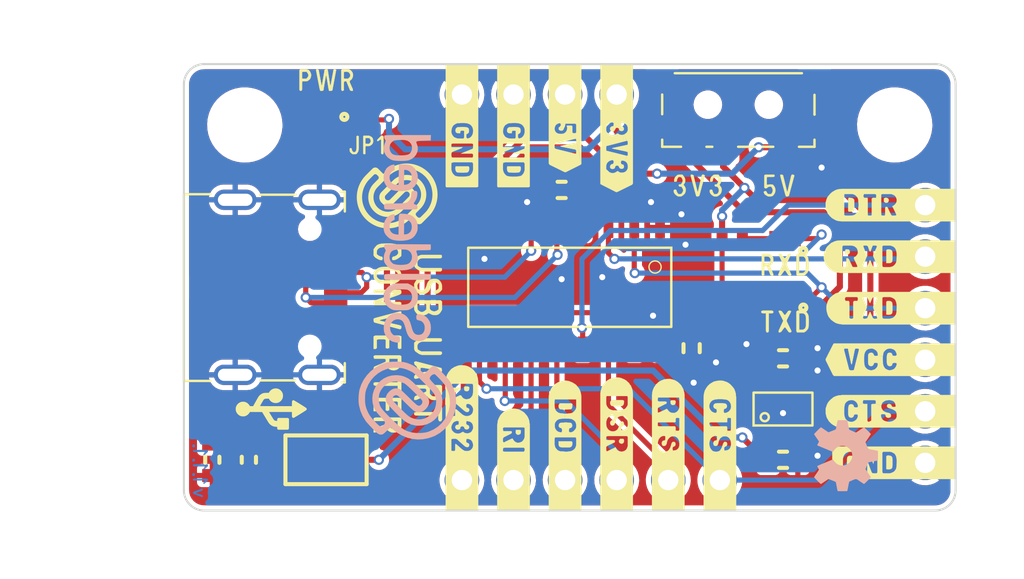
<source format=kicad_pcb>
(kicad_pcb (version 20210623) (generator pcbnew)
  (title_block (title "USB-UART converter") (date "2021-08-25") (rev "V1.1.1.") (company "SOLDERED") (comment 1 "333028"))
  (layers (0 "F.Cu" mixed) (31 "B.Cu" signal) (34 "B.Paste" user) (35 "F.Paste" user) (36 "B.SilkS" user "B.Silkscreen") (37 "F.SilkS" user "F.Silkscreen") (38 "B.Mask" user) (39 "F.Mask" user) (44 "Edge.Cuts" user))
  (net 0 "")
  (net 1 "VUSB")
  (net 2 "GND")
  (net 3 "Net-(C2-Pad1)")
  (net 4 "+3V3")
  (net 5 "TXD0")
  (net 6 "Net-(D1-Pad1)")
  (net 7 "RXD0")
  (net 8 "Net-(D2-Pad1)")
  (net 9 "Net-(D3-Pad1)")
  (net 10 "Net-(F1-Pad2)")
  (net 12 "D-")
  (net 13 "D+")
  (net 14 "Net-(K1-PadB5)")
  (net 16 "Net-(K1-PadA5)")
  (net 17 "R232")
  (net 18 "RI")
  (net 19 "DCD")
  (net 20 "DSR")
  (net 21 "RTS")
  (net 22 "CTS")
  (net 23 "VCC_OUT")
  (net 24 "DTR")
  (net 26 "Net-(JP1-Pad2)")
  (footprint "Soldered Graphics:Logo-Front-Soldered-4mm" (layer "F.Cu") (at 105.3 109.3 -90)
    (fp_text reference "G***" hide)
    (fp_text value "LOGO" hide)
  )
  (footprint "buzzardLabel" (layer "F.Cu") (at 116.11 102.4 -90)
    (fp_text reference "" (at 0 0 90) (layer "F.SilkS") (effects (font (size 1.27 1.27))))
    (fp_text value "" (at 0 0 90) (layer "F.SilkS") (effects (font (size 1.27 1.27))))
  )
  (footprint "e-radionica.com footprinti:0402LED" (layer "F.Cu") (at 101.8 104.8)
    (fp_text reference "D3")
    (fp_text value "purple")
    (pad "1" smd rect locked (at -0.55 0 90) (size 0.75 0.45) (layers "F.Cu" "F.Paste" "F.Mask") (net 9 "Net-(D3-Pad1)"))
    (pad "2" smd rect locked (at 0.55 0 90) (size 0.75 0.45) (layers "F.Cu" "F.Paste" "F.Mask") (net 2 "GND"))
  )
  (footprint "e-radionica.com footprinti:0603C" (layer "F.Cu") (at 119.8 116.8 90)
    (fp_text reference "C1")
    (fp_text value "0.1uF")
    (pad "1" smd rect locked (at -0.73 0 90) (size 0.66 1) (layers "F.Cu" "F.Paste" "F.Mask") (net 2 "GND"))
    (pad "2" smd rect locked (at 0.73 0 90) (size 0.66 1) (layers "F.Cu" "F.Paste" "F.Mask") (net 23 "VCC_OUT"))
  )
  (footprint "e-radionica.com footprinti:FIDUCIAL_23" (layer "F.Cu") (at 96.8 113.8 -90)
    (fp_text reference "FD1")
    (fp_text value "FIDUCIAL")
    (fp_circle (center 0 0) (end 1 0) (layer "F.Cu") (width 0.2) (fill none))
    (pad "1" smd circle (at 0 0 270) (size 1 1) (layers "F.Cu" "F.Paste" "F.Mask") (clearance 1.1))
  )
  (footprint "buzzardLabel" (layer "F.Cu") (at 116.11 125.2 -90)
    (fp_text reference "" (at 0 0 90) (layer "F.SilkS") (effects (font (size 1.27 1.27))))
    (fp_text value "" (at 0 0 90) (layer "F.SilkS") (effects (font (size 1.27 1.27))))
  )
  (footprint "buzzardLabel" (layer "F.Cu") (at 133.2 109.75)
    (fp_text reference "" (at 0 0) (layer "F.SilkS") (effects (font (size 1.27 1.27))))
    (fp_text value "" (at 0 0) (layer "F.SilkS") (effects (font (size 1.27 1.27))))
  )
  (footprint "e-radionica.com footprinti:0603C" (layer "F.Cu") (at 124.3 122.3 180)
    (fp_text reference "C3")
    (fp_text value "2.2uF")
    (pad "1" smd rect locked (at -0.73 0 180) (size 0.66 1) (layers "F.Cu" "F.Paste" "F.Mask") (net 2 "GND"))
    (pad "2" smd rect locked (at 0.73 0 180) (size 0.66 1) (layers "F.Cu" "F.Paste" "F.Mask") (net 1 "VUSB"))
  )
  (footprint "buzzardLabel" (layer "F.Cu") (at 104.8 116.3 -90)
    (fp_text reference "" (at 0 0 90) (layer "F.SilkS") (effects (font (size 1.27 1.27))))
    (fp_text value "" (at 0 0 90) (layer "F.SilkS") (effects (font (size 1.27 1.27))))
  )
  (footprint "e-radionica.com footprinti:0603C" (layer "F.Cu") (at 113.4 109 180)
    (fp_text reference "C2")
    (fp_text value "0.1uF")
    (pad "1" smd rect locked (at -0.73 0 180) (size 0.66 1) (layers "F.Cu" "F.Paste" "F.Mask") (net 3 "Net-(C2-Pad1)"))
    (pad "2" smd rect locked (at 0.73 0 180) (size 0.66 1) (layers "F.Cu" "F.Paste" "F.Mask") (net 2 "GND"))
  )
  (footprint "Soldered Graphics:Logo-Back-OSH-3.5mm" (layer "F.Cu") (at 127.4 122.1 -90)
    (fp_text reference "G***" hide)
    (fp_text value "LOGO" hide)
  )
  (footprint "buzzardLabel" (layer "F.Cu") (at 101.8 103.6)
    (fp_text reference "" (at 0 0) (layer "F.SilkS") (effects (font (size 1.27 1.27))))
    (fp_text value "" (at 0 0) (layer "F.SilkS") (effects (font (size 1.27 1.27))))
  )
  (footprint "buzzardLabel" (layer "F.Cu") (at 113.57 125.2 -90)
    (fp_text reference "" (at 0 0 90) (layer "F.SilkS") (effects (font (size 1.27 1.27))))
    (fp_text value "" (at 0 0 90) (layer "F.SilkS") (effects (font (size 1.27 1.27))))
  )
  (footprint "buzzardLabel" (layer "F.Cu") (at 133.2 119.91)
    (fp_text reference "" (at 0 0) (layer "F.SilkS") (effects (font (size 1.27 1.27))))
    (fp_text value "" (at 0 0) (layer "F.SilkS") (effects (font (size 1.27 1.27))))
  )
  (footprint "buzzardLabel" (layer "F.Cu") (at 120.1 108.8)
    (fp_text reference "" (at 0 0) (layer "F.SilkS") (effects (font (size 1.27 1.27))))
    (fp_text value "" (at 0 0) (layer "F.SilkS") (effects (font (size 1.27 1.27))))
  )
  (footprint "buzzardLabel" (layer "F.Cu") (at 118.65 125.2 -90)
    (fp_text reference "" (at 0 0 90) (layer "F.SilkS") (effects (font (size 1.27 1.27))))
    (fp_text value "" (at 0 0 90) (layer "F.SilkS") (effects (font (size 1.27 1.27))))
  )
  (footprint "e-radionica.com footprinti:0603C" (layer "F.Cu") (at 124.3 117.3 180)
    (fp_text reference "C4")
    (fp_text value "2.2uF")
    (pad "1" smd rect locked (at -0.73 0 180) (size 0.66 1) (layers "F.Cu" "F.Paste" "F.Mask") (net 2 "GND"))
    (pad "2" smd rect locked (at 0.73 0 180) (size 0.66 1) (layers "F.Cu" "F.Paste" "F.Mask") (net 4 "+3V3"))
  )
  (footprint "e-radionica.com footprinti:SMD-JUMPER-CONNECTED_TRACE_SLODERMASK" (layer "F.Cu") (at 103.8 105.55 180)
    (fp_text reference "JP1")
    (fp_text value "SMD-JUMPER-CONNECTED_TRACE_SLODERMASK")
    (fp_poly (pts (xy 0.1 0.1) (xy -0.1 0.1) (xy -0.1 -0.1) (xy 0.1 -0.1)) (layer "F.Cu") (width 0.1) (fill solid))
    (pad "1" smd rect (at -0.35 0 180) (size 0.5 1) (layers "F.Cu" "F.Mask") (net 4 "+3V3"))
    (pad "2" smd rect (at 0.35 0 180) (size 0.5 1) (layers "F.Cu" "F.Mask") (net 26 "Net-(JP1-Pad2)"))
  )
  (footprint "e-radionica.com footprinti:0402R" (layer "F.Cu") (at 101.8 106.3 180)
    (fp_text reference "R5")
    (fp_text value "2k2")
    (pad "1" smd rect locked (at -0.5 0 270) (size 0.64 0.54) (layers "F.Cu" "F.Paste" "F.Mask") (net 26 "Net-(JP1-Pad2)"))
    (pad "2" smd rect locked (at 0.5 0 270) (size 0.64 0.54) (layers "F.Cu" "F.Paste" "F.Mask") (net 9 "Net-(D3-Pad1)"))
  )
  (footprint "e-radionica.com footprinti:SS-3292S-L1" (layer "F.Cu") (at 122.1 104.8 180)
    (fp_text reference "S1")
    (fp_text value "SS-3292S-L1")
    (pad "" smd rect (at -3.75 1.1 180) (size 0.9 0.9) (layers "F.Cu" "F.Paste" "F.Mask"))
    (pad "" np_thru_hole circle (at 1.5 0 180) (size 0.9 0.9) (drill 0.9) (layers F&B.Cu *.Mask))
    (pad "" smd rect (at 3.75 -1.1 180) (size 0.9 0.9) (layers "F.Cu" "F.Paste" "F.Mask"))
    (pad "" np_thru_hole circle (at -1.5 0 180) (size 0.9 0.9) (drill 0.9) (layers F&B.Cu *.Mask))
    (pad "" smd rect (at -3.75 -1.1 180) (size 0.9 0.9) (layers "F.Cu" "F.Paste" "F.Mask"))
    (pad "" smd rect (at 3.75 1.1 180) (size 0.9 0.9) (layers "F.Cu" "F.Paste" "F.Mask"))
    (pad "1" smd rect (at -2.35 -2.075 180) (size 0.9 1.25) (layers "F.Cu" "F.Paste" "F.Mask") (net 1 "VUSB"))
    (pad "2" smd rect (at 0.65 -2.075 180) (size 0.9 1.25) (layers "F.Cu" "F.Paste" "F.Mask") (net 23 "VCC_OUT"))
    (pad "3" smd rect (at 2.2 -2.075 180) (size 0.9 1.25) (layers "F.Cu" "F.Paste" "F.Mask") (net 4 "+3V3"))
  )
  (footprint "buzzardLabel" (layer "F.Cu") (at 108.49 125.2 -90)
    (fp_text reference "" (at 0 0 90) (layer "F.SilkS") (effects (font (size 1.27 1.27))))
    (fp_text value "" (at 0 0 90) (layer "F.SilkS") (effects (font (size 1.27 1.27))))
  )
  (footprint "buzzardLabel" (layer "F.Cu") (at 111.03 102.4 -90)
    (fp_text reference "" (at 0 0 90) (layer "F.SilkS") (effects (font (size 1.27 1.27))))
    (fp_text value "" (at 0 0 90) (layer "F.SilkS") (effects (font (size 1.27 1.27))))
  )
  (footprint "buzzardLabel" (layer "F.Cu") (at 113.57 102.4 -90)
    (fp_text reference "" (at 0 0 90) (layer "F.SilkS") (effects (font (size 1.27 1.27))))
    (fp_text value "" (at 0 0 90) (layer "F.SilkS") (effects (font (size 1.27 1.27))))
  )
  (footprint "e-radionica.com footprinti:0603R" (layer "F.Cu") (at 98 122.3 -90)
    (fp_text reference "R1")
    (fp_text value "5.1k")
    (pad "1" smd rect locked (at -0.775 0) (size 1 0.64) (layers "F.Cu" "F.Paste" "F.Mask") (net 14 "Net-(K1-PadB5)"))
    (pad "2" smd rect locked (at 0.775 0) (size 1 0.64) (layers "F.Cu" "F.Paste" "F.Mask") (net 2 "GND"))
  )
  (footprint "Soldered Graphics:Logo-Back-SolderedFULL-15mm" (layer "F.Cu") (at 105.8 113.8 -90)
    (fp_text reference "REF**" hide)
    (fp_text value "Logo-Front-SolderedFULL-15mm" hide)
  )
  (footprint "buzzardLabel" (layer "F.Cu") (at 124.1 108.8)
    (fp_text reference "" (at 0 0) (layer "F.SilkS") (effects (font (size 1.27 1.27))))
    (fp_text value "" (at 0 0) (layer "F.SilkS") (effects (font (size 1.27 1.27))))
  )
  (footprint "buzzardLabel" (layer "F.Cu") (at 111.03 125.2 -90)
    (fp_text reference "" (at 0 0 90) (layer "F.SilkS") (effects (font (size 1.27 1.27))))
    (fp_text value "" (at 0 0 90) (layer "F.SilkS") (effects (font (size 1.27 1.27))))
  )
  (footprint "buzzardLabel" (layer "F.Cu") (at 133.2 117.37)
    (fp_text reference "" (at 0 0) (layer "F.SilkS") (effects (font (size 1.27 1.27))))
    (fp_text value "" (at 0 0) (layer "F.SilkS") (effects (font (size 1.27 1.27))))
  )
  (footprint "e-radionica.com footprinti:SOP-16" (layer "F.Cu") (at 113.8 113.8 -90)
    (fp_text reference "U1")
    (fp_text value "CH340C")
    (pad "1" smd rect locked (at -2.95 -4.445 270) (size 1.05 0.48) (layers "F.Cu" "F.Paste" "F.Mask") (net 2 "GND"))
    (pad "2" smd rect locked (at -2.95 -3.175 270) (size 1.05 0.48) (layers "F.Cu" "F.Paste" "F.Mask") (net 5 "TXD0"))
    (pad "3" smd rect locked (at -2.95 -1.905 270) (size 1.05 0.48) (layers "F.Cu" "F.Paste" "F.Mask") (net 7 "RXD0"))
    (pad "4" smd rect locked (at -2.95 -0.635 270) (size 1.05 0.48) (layers "F.Cu" "F.Paste" "F.Mask") (net 3 "Net-(C2-Pad1)"))
    (pad "5" smd rect locked (at -2.95 0.635 270) (size 1.05 0.48) (layers "F.Cu" "F.Paste" "F.Mask") (net 13 "D+"))
    (pad "6" smd rect locked (at -2.95 1.905 270) (size 1.05 0.48) (layers "F.Cu" "F.Paste" "F.Mask") (net 12 "D-"))
    (pad "7" smd rect locked (at -2.95 3.175 270) (size 1.05 0.48) (layers "F.Cu" "F.Paste" "F.Mask"))
    (pad "8" smd rect locked (at -2.95 4.445 270) (size 1.05 0.48) (layers "F.Cu" "F.Paste" "F.Mask"))
    (pad "9" smd rect locked (at 2.95 4.445 270) (size 1.05 0.48) (layers "F.Cu" "F.Paste" "F.Mask") (net 22 "CTS"))
    (pad "10" smd rect locked (at 2.95 3.175 270) (size 1.05 0.48) (layers "F.Cu" "F.Paste" "F.Mask") (net 20 "DSR"))
    (pad "11" smd rect locked (at 2.95 1.905 270) (size 1.05 0.48) (layers "F.Cu" "F.Paste" "F.Mask") (net 18 "RI"))
    (pad "12" smd rect locked (at 2.95 0.635 270) (size 1.05 0.48) (layers "F.Cu" "F.Paste" "F.Mask") (net 19 "DCD"))
    (pad "13" smd rect locked (at 2.95 -0.635 270) (size 1.05 0.48) (layers "F.Cu" "F.Paste" "F.Mask") (net 24 "DTR"))
    (pad "14" smd rect locked (at 2.95 -1.905 270) (size 1.05 0.48) (layers "F.Cu" "F.Paste" "F.Mask") (net 21 "RTS"))
    (pad "15" smd rect locked (at 2.95 -3.175 270) (size 1.05 0.48) (layers "F.Cu" "F.Paste" "F.Mask") (net 17 "R232"))
    (pad "16" smd rect locked (at 2.95 -4.445 270) (size 1.05 0.48) (layers "F.Cu" "F.Paste" "F.Mask") (net 23 "VCC_OUT"))
  )
  (footprint "buzzardLabel" (layer "F.Cu") (at 133.2 114.83)
    (fp_text reference "" (at 0 0) (layer "F.SilkS") (effects (font (size 1.27 1.27))))
    (fp_text value "" (at 0 0) (layer "F.SilkS") (effects (font (size 1.27 1.27))))
  )
  (footprint "e-radionica.com footprinti:HOLE_3.2mm" (layer "F.Cu") (at 97.8 105.8 -90)
    (fp_text reference "H1" hide)
    (fp_text value "HOLE_3.2mm" hide)
    (pad "" np_thru_hole circle locked (at 0 0 270) (size 3.2 3.2) (drill 3.2) (layers F&B.Cu *.Mask))
  )
  (footprint "buzzardLabel" (layer "F.Cu") (at 124.4 115.5)
    (fp_text reference "" (at 0 0) (layer "F.SilkS") (effects (font (size 1.27 1.27))))
    (fp_text value "" (at 0 0) (layer "F.SilkS") (effects (font (size 1.27 1.27))))
  )
  (footprint "e-radionica.com footprinti:0402LED" (layer "F.Cu") (at 124.4 111.4)
    (fp_text reference "D2")
    (fp_text value "blue")
    (pad "1" smd rect locked (at -0.55 0 90) (size 0.75 0.45) (layers "F.Cu" "F.Paste" "F.Mask") (net 8 "Net-(D2-Pad1)"))
    (pad "2" smd rect locked (at 0.55 0 90) (size 0.75 0.45) (layers "F.Cu" "F.Paste" "F.Mask") (net 7 "RXD0"))
  )
  (footprint "e-radionica.com footprinti:0402R" (layer "F.Cu") (at 121.8 111.4 180)
    (fp_text reference "R4")
    (fp_text value "10k")
    (pad "1" smd rect locked (at -0.5 0 270) (size 0.64 0.54) (layers "F.Cu" "F.Paste" "F.Mask") (net 8 "Net-(D2-Pad1)"))
    (pad "2" smd rect locked (at 0.5 0 270) (size 0.64 0.54) (layers "F.Cu" "F.Paste" "F.Mask") (net 23 "VCC_OUT"))
  )
  (footprint "buzzardLabel" (layer "F.Cu") (at 106.8 116.3 -90)
    (fp_text reference "" (at 0 0 90) (layer "F.SilkS") (effects (font (size 1.27 1.27))))
    (fp_text value "" (at 0 0 90) (layer "F.SilkS") (effects (font (size 1.27 1.27))))
  )
  (footprint "e-radionica.com footprinti:SOT-23-5" (layer "F.Cu") (at 124.3 119.8 90)
    (fp_text reference "U2")
    (fp_text value "SE5218")
    (pad "1" smd rect locked (at -1.1 -0.95 90) (size 0.7 0.45) (layers "F.Cu" "F.Paste" "F.Mask") (net 1 "VUSB"))
    (pad "2" smd rect locked (at -1.1 0 90) (size 0.7 0.45) (layers "F.Cu" "F.Paste" "F.Mask") (net 2 "GND"))
    (pad "3" smd rect locked (at -1.1 0.95 90) (size 0.7 0.45) (layers "F.Cu" "F.Paste" "F.Mask") (net 1 "VUSB"))
    (pad "4" smd rect locked (at 1.1 0.95 90) (size 0.7 0.45) (layers "F.Cu" "F.Paste" "F.Mask"))
    (pad "5" smd rect locked (at 1.1 -0.95 90) (size 0.7 0.45) (layers "F.Cu" "F.Paste" "F.Mask") (net 4 "+3V3"))
  )
  (footprint "buzzardLabel" (layer "F.Cu") (at 103.8 106.8)
    (fp_text reference "" (at 0 0) (layer "F.SilkS") (effects (font (size 1.27 1.27))))
    (fp_text value "" (at 0 0) (layer "F.SilkS") (effects (font (size 1.27 1.27))))
  )
  (footprint "buzzardLabel" (layer "F.Cu") (at 133.2 122.45)
    (fp_text reference "" (at 0 0) (layer "F.SilkS") (effects (font (size 1.27 1.27))))
    (fp_text value "" (at 0 0) (layer "F.SilkS") (effects (font (size 1.27 1.27))))
  )
  (footprint "e-radionica.com footprinti:1206FUSE" (layer "F.Cu") (at 101.8 122.3 180)
    (fp_text reference "F1")
    (fp_text value "1206FUSE-500mA")
    (pad "1" smd rect locked (at -1.4 0 180) (size 1 2) (layers "F.Cu" "F.Paste" "F.Mask") (net 1 "VUSB"))
    (pad "2" smd rect locked (at 1.4 0 180) (size 1 2) (layers "F.Cu" "F.Paste" "F.Mask") (net 10 "Net-(F1-Pad2)"))
  )
  (footprint "e-radionica.com footprinti:U262-161N-4BVC11" (layer "F.Cu") (at 99.8 113.8 -90)
    (fp_text reference "K1")
    (fp_text value "U262-161N-4BVC11")
    (pad "" np_thru_hole circle locked (at 2.913 -1.2 270) (size 0.65 0.65) (drill 0.65) (layers F&B.Cu *.Mask))
    (pad "" np_thru_hole circle locked (at -2.862 -1.2 270) (size 0.65 0.65) (drill 0.65) (layers F&B.Cu *.Mask))
    (pad "A1" smd rect locked (at -3.337 -2.475 270) (size 0.3 1.15) (layers "F.Cu" "F.Paste" "F.Mask") (net 2 "GND"))
    (pad "A4" smd rect locked (at -2.537 -2.475 270) (size 0.3 1.15) (layers "F.Cu" "F.Paste" "F.Mask") (net 10 "Net-(F1-Pad2)"))
    (pad "A5" smd rect locked (at -1.237 -2.475 270) (size 0.3 1.15) (layers "F.Cu" "F.Paste" "F.Mask") (net 16 "Net-(K1-PadA5)"))
    (pad "A6" smd rect locked (at -0.237 -2.475 270) (size 0.3 1.15) (layers "F.Cu" "F.Paste" "F.Mask") (net 13 "D+"))
    (pad "A7" smd rect locked (at 0.263 -2.475 270) (size 0.3 1.15) (layers "F.Cu" "F.Paste" "F.Mask") (net 12 "D-"))
    (pad "A8" smd rect locked (at 1.263 -2.475 270) (size 0.3 1.15) (layers "F.Cu" "F.Paste" "F.Mask"))
    (pad "A9" smd rect locked (at 2.563 -2.475 270) (size 0.3 1.15) (layers "F.Cu" "F.Paste" "F.Mask") (net 10 "Net-(F1-Pad2)"))
    (pad "A12" smd rect locked (at 3.338 -2.475 270) (size 0.3 1.15) (layers "F.Cu" "F.Paste" "F.Mask") (net 2 "GND"))
    (pad "B1" smd rect locked (at 3.138 -2.475 270) (size 0.3 1.15) (layers "F.Cu" "F.Paste" "F.Mask") (net 2 "GND"))
    (pad "B4" smd rect locked (at 2.363 -2.475 270) (size 0.3 1.15) (layers "F.Cu" "F.Paste" "F.Mask") (net 10 "Net-(F1-Pad2)"))
    (pad "B5" smd rect locked (at 1.763 -2.475 270) (size 0.3 1.15) (layers "F.Cu" "F.Paste" "F.Mask") (net 14 "Net-(K1-PadB5)"))
    (pad "B6" smd rect locked (at 0.763 -2.475 270) (size 0.3 1.15) (layers "F.Cu" "F.Paste" "F.Mask") (net 13 "D+"))
    (pad "B7" smd rect locked (at -0.737 -2.475 270) (size 0.3 1.15) (layers "F.Cu" "F.Paste" "F.Mask") (net 12 "D-"))
    (pad "B8" smd rect locked (at -1.737 -2.475 270) (size 0.3 1.15) (layers "F.Cu" "F.Paste" "F.Mask"))
    (pad "B9" smd rect locked (at -2.337 -2.475 270) (size 0.3 1.15) (layers "F.Cu" "F.Paste" "F.Mask") (net 10 "Net-(F1-Pad2)"))
    (pad "B12" smd rect locked (at -3.112 -2.475 270) (size 0.3 1.15) (layers "F.Cu" "F.Paste" "F.Mask") (net 2 "GND"))
    (pad "SH" thru_hole oval locked (at -4.312 2.475 270) (size 1 2.1) (drill oval 0.6 1.7) (layers *.Cu *.Mask) (net 2 "GND"))
    (pad "SH" thru_hole oval locked (at 4.313 -1.675 270) (size 1 2.1) (drill oval 0.6 1.7) (layers *.Cu *.Mask) (net 2 "GND"))
    (pad "SH" thru_hole oval locked (at 4.313 2.475 270) (size 1 2.1) (drill oval 0.6 1.7) (layers *.Cu *.Mask) (net 2 "GND"))
    (pad "SH" thru_hole oval locked (at -4.312 -1.675 270) (size 1 2.1) (drill oval 0.6 1.7) (layers *.Cu *.Mask) (net 2 "GND"))
  )
  (footprint "buzzardLabel" (layer "F.Cu") (at 124.4 112.7)
    (fp_text reference "" (at 0 0) (layer "F.SilkS") (effects (font (size 1.27 1.27))))
    (fp_text value "" (at 0 0) (layer "F.SilkS") (effects (font (size 1.27 1.27))))
  )
  (footprint "buzzardLabel" (layer "F.Cu") (at 121.19 125.2 -90)
    (fp_text reference "" (at 0 0 90) (layer "F.SilkS") (effects (font (size 1.27 1.27))))
    (fp_text value "" (at 0 0 90) (layer "F.SilkS") (effects (font (size 1.27 1.27))))
  )
  (footprint "buzzardLabel" (layer "F.Cu") (at 133.2 112.29)
    (fp_text reference "" (at 0 0) (layer "F.SilkS") (effects (font (size 1.27 1.27))))
    (fp_text value "" (at 0 0) (layer "F.SilkS") (effects (font (size 1.27 1.27))))
  )
  (footprint "buzzardLabel" (layer "F.Cu") (at 108.49 102.4 -90)
    (fp_text reference "" (at 0 0 90) (layer "F.SilkS") (effects (font (size 1.27 1.27))))
    (fp_text value "" (at 0 0 90) (layer "F.SilkS") (effects (font (size 1.27 1.27))))
  )
  (footprint "Soldered Graphics:Symbol-Front-USB" (layer "F.Cu") (at 99.1 119.8 -90)
    (fp_text reference "G***" hide)
    (fp_text value "LOGO" hide)
  )
  (footprint "e-radionica.com footprinti:0603R" (layer "F.Cu") (at 96.2 122.3 -90)
    (fp_text reference "R2")
    (fp_text value "5.1k")
    (pad "1" smd rect locked (at -0.775 0) (size 1 0.64) (layers "F.Cu" "F.Paste" "F.Mask") (net 16 "Net-(K1-PadA5)"))
    (pad "2" smd rect locked (at 0.775 0) (size 1 0.64) (layers "F.Cu" "F.Paste" "F.Mask") (net 2 "GND"))
  )
  (footprint "e-radionica.com footprinti:0402R" (layer "F.Cu") (at 121.8 114.2 180)
    (fp_text reference "R3")
    (fp_text value "10k")
    (pad "1" smd rect locked (at -0.5 0 270) (size 0.64 0.54) (layers "F.Cu" "F.Paste" "F.Mask") (net 6 "Net-(D1-Pad1)"))
    (pad "2" smd rect locked (at 0.5 0 270) (size 0.64 0.54) (layers "F.Cu" "F.Paste" "F.Mask") (net 23 "VCC_OUT"))
  )
  (footprint "e-radionica.com footprinti:0402LED" (layer "F.Cu") (at 124.4 114.2)
    (fp_text reference "D1")
    (fp_text value "white")
    (pad "1" smd rect locked (at -0.55 0 90) (size 0.75 0.45) (layers "F.Cu" "F.Paste" "F.Mask") (net 6 "Net-(D1-Pad1)"))
    (pad "2" smd rect locked (at 0.55 0 90) (size 0.75 0.45) (layers "F.Cu" "F.Paste" "F.Mask") (net 5 "TXD0"))
  )
  (footprint "e-radionica.com footprinti:HOLE_3.2mm" (layer "F.Cu") (at 129.8 105.8 -90)
    (fp_text reference "H2" hide)
    (fp_text value "HOLE_3.2mm" hide)
    (pad "" np_thru_hole circle locked (at 0 0 270) (size 3.2 3.2) (drill 3.2) (layers F&B.Cu *.Mask))
  )
  (footprint "e-radionica.com footprinti:HEADER_MALE_6X1" (layer "B.Cu") (at 114.84 123.3 180)
    (fp_text reference "K2")
    (fp_text value "HEADER_MALE_6X1")
    (pad "1" thru_hole circle locked (at -6.35 0 180) (size 1.7 1.7) (drill 1) (layers *.Cu *.Mask) (net 22 "CTS"))
    (pad "2" thru_hole circle locked (at -3.81 0 180) (size 1.7 1.7) (drill 1) (layers *.Cu *.Mask) (net 21 "RTS"))
    (pad "3" thru_hole circle locked (at -1.27 0 180) (size 1.7 1.7) (drill 1) (layers *.Cu *.Mask) (net 20 "DSR"))
    (pad "4" thru_hole circle locked (at 1.27 0 180) (size 1.7 1.7) (drill 1) (layers *.Cu *.Mask) (net 19 "DCD"))
    (pad "5" thru_hole circle locked (at 3.81 0 180) (size 1.7 1.7) (drill 1) (layers *.Cu *.Mask) (net 18 "RI"))
    (pad "6" thru_hole circle locked (at 6.35 0 180) (size 1.7 1.7) (drill 1) (layers *.Cu *.Mask) (net 17 "R232"))
  )
  (footprint "Soldered Graphics:Version1.1.1." (layer "B.Cu") (at 95.6 122.8 90)
    (fp_text reference "REF**" hide)
    (fp_text value "Version1.1.1." hide)
    (fp_poly (pts (xy 0.91 -0.35) (xy 0.96 -0.35) (xy 0.98 -0.31) (xy 0.98 0.35) (xy 0.95 0.38) (xy 0.89 0.38) (xy 0.86 0.34) (xy 0.74 0.22) (xy 0.73 0.17) (xy 0.76 0.16) (xy 0.85 0.22) (xy 0.89 0.23) (xy 0.89 -0.31) (xy 0.91 -0.35)) (layer "B.Cu") (width 0.01) (fill solid))
    (fp_poly (pts (xy -1.15 -0.35) (xy -1.1 -0.35) (xy -1.07 -0.31) (xy -0.92 0.1) (xy -0.94 0.13) (xy -0.99 0.13) (xy -1.02 0.1) (xy -1.11 -0.16) (xy -1.13 -0.21) (xy -1.15 -0.17) (xy -1.24 0.09) (xy -1.26 0.13) (xy -1.32 0.13) (xy -1.34 0.1) (xy -1.18 -0.31) (xy -1.15 -0.35)) (layer "B.Cu") (width 0.01) (fill solid))
    (fp_poly (pts (xy 0.43 -0.38) (xy 0.48 -0.38) (xy 0.54 -0.37) (xy 0.54 -0.33) (xy 0.54 -0.27) (xy 0.5 -0.26) (xy 0.45 -0.26) (xy 0.42 -0.29) (xy 0.42 -0.34) (xy 0.43 -0.38)) (layer "B.Cu") (width 0.01) (fill solid))
    (fp_poly (pts (xy 0.21 -0.35) (xy 0.26 -0.35) (xy 0.28 -0.31) (xy 0.28 0.35) (xy 0.24 0.38) (xy 0.19 0.38) (xy 0.15 0.34) (xy 0.04 0.22) (xy 0.02 0.17) (xy 0.05 0.16) (xy 0.14 0.22) (xy 0.18 0.23) (xy 0.18 -0.31) (xy 0.21 -0.35)) (layer "B.Cu") (width 0.01) (fill solid))
    (fp_poly (pts (xy 1.14 -0.38) (xy 1.19 -0.38) (xy 1.24 -0.37) (xy 1.25 -0.33) (xy 1.25 -0.27) (xy 1.2 -0.26) (xy 1.15 -0.26) (xy 1.12 -0.29) (xy 1.12 -0.34) (xy 1.14 -0.38)) (layer "B.Cu") (width 0.01) (fill solid))
    (fp_poly (pts (xy -0.5 -0.35) (xy -0.44 -0.35) (xy -0.43 -0.31) (xy -0.43 0.35) (xy -0.46 0.38) (xy -0.52 0.38) (xy -0.55 0.34) (xy -0.67 0.22) (xy -0.68 0.17) (xy -0.65 0.16) (xy -0.56 0.22) (xy -0.52 0.23) (xy -0.52 -0.31) (xy -0.5 -0.35)) (layer "B.Cu") (width 0.01) (fill solid))
    (fp_poly (pts (xy -0.27 -0.38) (xy -0.22 -0.38) (xy -0.17 -0.37) (xy -0.16 -0.33) (xy -0.16 -0.27) (xy -0.21 -0.26) (xy -0.26 -0.26) (xy -0.29 -0.29) (xy -0.29 -0.34) (xy -0.27 -0.38)) (layer "B.Cu") (width 0.01) (fill solid))
  )
  (footprint "e-radionica.com footprinti:HEADER_MALE_6X1" (layer "B.Cu") (at 131.3 116.1 -90)
    (fp_text reference "K3")
    (fp_text value "FTDI_HEADER")
    (pad "1" thru_hole circle locked (at -6.35 0 270) (size 1.7 1.7) (drill 1) (layers *.Cu *.Mask) (net 24 "DTR"))
    (pad "2" thru_hole circle locked (at -3.81 0 270) (size 1.7 1.7) (drill 1) (layers *.Cu *.Mask) (net 7 "RXD0"))
    (pad "3" thru_hole circle locked (at -1.27 0 270) (size 1.7 1.7) (drill 1) (layers *.Cu *.Mask) (net 5 "TXD0"))
    (pad "4" thru_hole circle locked (at 1.27 0 270) (size 1.7 1.7) (drill 1) (layers *.Cu *.Mask) (net 23 "VCC_OUT"))
    (pad "5" thru_hole circle locked (at 3.81 0 270) (size 1.7 1.7) (drill 1) (layers *.Cu *.Mask) (net 22 "CTS"))
    (pad "6" thru_hole circle locked (at 6.35 0 270) (size 1.7 1.7) (drill 1) (layers *.Cu *.Mask) (net 2 "GND"))
  )
  (footprint "e-radionica.com footprinti:HEADER_MALE_4X1" (layer "B.Cu") (at 112.3 104.3)
    (fp_text reference "K4")
    (fp_text value "HEADER_MALE_4X1")
    (pad "1" thru_hole circle locked (at -3.81 0) (size 1.7 1.7) (drill 1) (layers *.Cu *.Mask) (net 2 "GND"))
    (pad "2" thru_hole circle locked (at -1.27 0) (size 1.7 1.7) (drill 1) (layers *.Cu *.Mask) (net 2 "GND"))
    (pad "3" thru_hole circle locked (at 1.27 0) (size 1.7 1.7) (drill 1) (layers *.Cu *.Mask) (net 1 "VUSB"))
    (pad "4" thru_hole circle locked (at 3.81 0) (size 1.7 1.7) (drill 1) (layers *.Cu *.Mask) (net 4 "+3V3"))
  )
  (gr_arc (start 131.8 103.8) (end 132.8 103.8) (angle -90) (layer "Edge.Cuts") (width 0.1))
  (gr_line (start 95.8 124.8) (end 131.8 124.8) (layer "Edge.Cuts") (width 0.1))
  (gr_arc (start 95.8 123.8) (end 94.8 123.8) (angle -90) (layer "Edge.Cuts") (width 0.1))
  (gr_line (start 132.8 123.8) (end 132.8 103.8) (layer "Edge.Cuts") (width 0.1))
  (gr_arc (start 131.8 123.8) (end 132.8 123.8) (angle 90) (layer "Edge.Cuts") (width 0.1))
  (gr_line (start 94.8 103.8) (end 94.8 123.8) (layer "Edge.Cuts") (width 0.1))
  (gr_line (start 131.8 102.8) (end 95.8 102.8) (layer "Edge.Cuts") (width 0.1))
  (gr_arc (start 95.8 103.8) (end 94.8 103.8) (angle 90) (layer "Edge.Cuts") (width 0.1))
  (segment (start 124.6 119.3) (end 124 119.3) (width 0.2) (layer "F.Cu") (net 1))
  (segment (start 123.35 121.45) (end 123.57 121.67) (width 0.3) (layer "F.Cu") (net 1))
  (segment (start 123.57 121.67) (end 123.57 122.3) (width 0.3) (layer "F.Cu") (net 1))
  (segment (start 123.4 122.3) (end 123.57 122.3) (width 0.3) (layer "F.Cu") (net 1))
  (segment (start 123.35 120.9) (end 123.35 121.45) (width 0.3) (layer "F.Cu") (net 1))
  (segment (start 124 119.3) (end 123.35 119.95) (width 0.2) (layer "F.Cu") (net 1))
  (segment (start 122.3 121.2) (end 123.4 122.3) (width 0.3) (layer "F.Cu") (net 1))
  (segment (start 103.2 122.3) (end 106.8 118.7) (width 0.3) (layer "F.Cu") (net 1))
  (segment (start 116.4 108.2) (end 114.55 106.35) (width 0.3) (layer "F.Cu") (net 1))
  (segment (start 106.8 111.2) (end 111.65 106.35) (width 0.3) (layer "F.Cu") (net 1))
  (segment (start 125.25 120.9) (end 125.25 119.95) (width 0.2) (layer "F.Cu") (net 1))
  (segment (start 103.2 122.3) (end 104.4 122.3) (width 0.3) (layer "F.Cu") (net 1))
  (segment (start 114.55 106.35) (end 111.65 106.35) (width 0.3) (layer "F.Cu") (net 1))
  (segment (start 106.8 118.7) (end 106.8 111.2) (width 0.3) (layer "F.Cu") (net 1))
  (segment (start 118.1 108.2) (end 116.4 108.2) (width 0.3) (layer "F.Cu") (net 1))
  (segment (start 111.65 106.35) (end 113.57 104.43) (width 0.3) (layer "F.Cu") (net 1))
  (segment (start 123.1 106.9) (end 124.2 106.9) (width 0.3) (layer "F.Cu") (net 1))
  (segment (start 125.25 119.95) (end 124.6 119.3) (width 0.2) (layer "F.Cu") (net 1))
  (segment (start 113.57 104.43) (end 113.57 104.3) (width 0.3) (layer "F.Cu") (net 1))
  (segment (start 123.35 119.95) (end 123.35 120.9) (width 0.2) (layer "F.Cu") (net 1))
  (via (at 123.1 106.9) (size 0.5) (drill 0.3) (layers "F.Cu" "B.Cu") (net 1))
  (via (at 104.4 122.3) (size 0.5) (drill 0.3) (layers "F.Cu" "B.Cu") (net 1))
  (via (at 118.1 108.2) (size 0.5) (drill 0.3) (layers "F.Cu" "B.Cu") (net 1))
  (via (at 122.3 121.2) (size 0.5) (drill 0.3) (layers "F.Cu" "B.Cu") (net 1))
  (segment (start 121.8 108.2) (end 123.1 106.9) (width 0.3) (layer "B.Cu") (net 1))
  (segment (start 122.3 121.2) (end 121.2 121.2) (width 0.3) (layer "B.Cu") (net 1))
  (segment (start 121.2 121.2) (end 117.9 117.9) (width 0.3) (layer "B.Cu") (net 1))
  (segment (start 117.9 117.9) (end 108.8 117.9) (width 0.3) (layer "B.Cu") (net 1))
  (segment (start 118.1 108.2) (end 121.8 108.2) (width 0.3) (layer "B.Cu") (net 1))
  (segment (start 108.8 117.9) (end 104.4 122.3) (width 0.3) (layer "B.Cu") (net 1))
  (via (at 119.3 110.2) (size 0.5) (drill 0.3) (layers "F.Cu" "B.Cu") (net 2))
  (via (at 115.4 113.3) (size 0.5) (drill 0.3) (layers "F.Cu" "B.Cu") (net 2))
  (via (at 124.3 120) (size 0.5) (drill 0.3) (layers "F.Cu" "B.Cu") (net 2))
  (via (at 111.7 109.6) (size 0.5) (drill 0.3) (layers "F.Cu" "B.Cu") (net 2))
  (via (at 126 116.8) (size 0.5) (drill 0.3) (layers "F.Cu" "B.Cu") (net 2))
  (via (at 113.4 113.4) (size 0.5) (drill 0.3) (layers "F.Cu" "B.Cu") (net 2))
  (via (at 119.9 118.5) (size 0.5) (drill 0.3) (layers "F.Cu" "B.Cu") (net 2))
  (via (at 117.9 115.2) (size 0.5) (drill 0.3) (layers "F.Cu" "B.Cu") (net 2))
  (via (at 121 117.5) (size 0.5) (drill 0.3) (layers "F.Cu" "B.Cu") (net 2))
  (via (at 126 117.9) (size 0.5) (drill 0.3) (layers "F.Cu" "B.Cu") (net 2))
  (via (at 117.8 109.6) (size 0.5) (drill 0.3) (layers "F.Cu" "B.Cu") (net 2))
  (via (at 126.2 107.9) (size 0.5) (drill 0.3) (layers "F.Cu" "B.Cu") (net 2))
  (via (at 122.5 116.6) (size 0.5) (drill 0.3) (layers "F.Cu" "B.Cu") (net 2))
  (via (at 109.6 112.4) (size 0.5) (drill 0.3) (layers "F.Cu" "B.Cu") (net 2))
  (via (at 119.5 111.7) (size 0.5) (drill 0.3) (layers "F.Cu" "B.Cu") (net 2))
  (via (at 126 122.1) (size 0.5) (drill 0.3) (layers "F.Cu" "B.Cu") (net 2))
  (segment (start 114.435 109.305) (end 114.13 109) (width 0.254) (layer "F.Cu") (net 3))
  (segment (start 114.435 110.85) (end 114.435 109.305) (width 0.254) (layer "F.Cu") (net 3))
  (segment (start 104.85 105.55) (end 104.9 105.5) (width 0.25) (layer "F.Cu") (net 4))
  (segment (start 127.1 110.9) (end 126.3 110.1) (width 0.3) (layer "F.Cu") (net 4))
  (segment (start 104.15 105.55) (end 104.85 105.55) (width 0.25) (layer "F.Cu") (net 4))
  (segment (start 127.1 113.77) (end 127.1 110.9) (width 0.3) (layer "F.Cu") (net 4))
  (segment (start 123.35 117.52) (end 123.57 117.3) (width 0.3) (layer "F.Cu") (net 4))
  (segment (start 119.65 107.1) (end 119.85 106.9) (width 0.3) (layer "F.Cu") (net 4))
  (segment (start 123.57 117.3) (end 127.1 113.77) (width 0.3) (layer "F.Cu") (net 4))
  (segment (start 116.11 106.11) (end 117.1 107.1) (width 0.3) (layer "F.Cu") (net 4))
  (segment (start 122.4 110.1) (end 119.85 107.55) (width 0.3) (layer "F.Cu") (net 4))
  (segment (start 117.1 107.1) (end 119.65 107.1) (width 0.3) (layer "F.Cu") (net 4))
  (segment (start 123.35 118.7) (end 123.35 117.52) (width 0.3) (layer "F.Cu") (net 4))
  (segment (start 116.11 104.3) (end 116.11 106.11) (width 0.3) (layer "F.Cu") (net 4))
  (segment (start 126.3 110.1) (end 122.4 110.1) (width 0.3) (layer "F.Cu") (net 4))
  (segment (start 119.85 107.55) (end 119.85 106.9) (width 0.3) (layer "F.Cu") (net 4))
  (via (at 104.9 105.5) (size 0.5) (drill 0.3) (layers "F.Cu" "B.Cu") (net 4))
  (segment (start 104.9 105.5) (end 104.9 106.2) (width 0.3) (layer "B.Cu") (net 4))
  (segment (start 116.11 105.59) (end 116.11 104.3) (width 0.3) (layer "B.Cu") (net 4))
  (segment (start 114.7 107) (end 116.11 105.59) (width 0.3) (layer "B.Cu") (net 4))
  (segment (start 105.7 107) (end 114.7 107) (width 0.3) (layer "B.Cu") (net 4))
  (segment (start 104.9 106.2) (end 105.7 107) (width 0.3) (layer "B.Cu") (net 4))
  (segment (start 116.975 110.85) (end 116.975 113.075) (width 0.254) (layer "F.Cu") (net 5))
  (segment (start 116.975 113.075) (end 117 113.1) (width 0.254) (layer "F.Cu") (net 5))
  (segment (start 125.8 114.2) (end 126.2 113.8) (width 0.254) (layer "F.Cu") (net 5))
  (segment (start 125.8 114.2) (end 124.95 114.2) (width 0.254) (layer "F.Cu") (net 5))
  (via (at 126.2 113.8) (size 0.5) (drill 0.3) (layers "F.Cu" "B.Cu") (net 5))
  (via (at 117 113.1) (size 0.5) (drill 0.3) (layers "F.Cu" "B.Cu") (net 5))
  (segment (start 127.23 114.83) (end 131.3 114.83) (width 0.254) (layer "B.Cu") (net 5))
  (segment (start 126.2 113.8) (end 127.23 114.83) (width 0.254) (layer "B.Cu") (net 5))
  (segment (start 125.5 113.1) (end 126.2 113.8) (width 0.254) (layer "B.Cu") (net 5))
  (segment (start 117 113.1) (end 125.5 113.1) (width 0.254) (layer "B.Cu") (net 5))
  (segment (start 123.85 114.2) (end 122.3 114.2) (width 0.25) (layer "F.Cu") (net 6))
  (segment (start 124.95 111.4) (end 126 111.4) (width 0.25) (layer "F.Cu") (net 7))
  (segment (start 115.705 112.105) (end 116 112.4) (width 0.254) (layer "F.Cu") (net 7))
  (segment (start 115.705 110.85) (end 115.705 112.105) (width 0.254) (layer "F.Cu") (net 7))
  (segment (start 126 111.4) (end 126.2 111.2) (width 0.254) (layer "F.Cu") (net 7))
  (via (at 126.2 111.2) (size 0.5) (drill 0.3) (layers "F.Cu" "B.Cu") (net 7))
  (via (at 116 112.4) (size 0.5) (drill 0.3) (layers "F.Cu" "B.Cu") (net 7))
  (segment (start 125 112.4) (end 126.2 111.2) (width 0.254) (layer "B.Cu") (net 7))
  (segment (start 116 112.4) (end 125 112.4) (width 0.254) (layer "B.Cu") (net 7))
  (segment (start 131.19 112.4) (end 131.3 112.29) (width 0.254) (layer "B.Cu") (net 7))
  (segment (start 125 112.4) (end 131.19 112.4) (width 0.254) (layer "B.Cu") (net 7))
  (segment (start 123.85 111.4) (end 122.3 111.4) (width 0.25) (layer "F.Cu") (net 8))
  (segment (start 101.25 104.8) (end 101.25 106.25) (width 0.25) (layer "F.Cu") (net 9))
  (segment (start 101.25 106.25) (end 101.3 106.3) (width 0.25) (layer "F.Cu") (net 9))
  (segment (start 104.8 116.8) (end 104.8 117.8) (width 0.3) (layer "F.Cu") (net 10))
  (segment (start 104.163 116.163) (end 104.8 116.8) (width 0.3) (layer "F.Cu") (net 10))
  (segment (start 102.275 111.263) (end 103.763 111.263) (width 0.3) (layer "F.Cu") (net 10))
  (segment (start 104.8 118.55) (end 103.3 120.05) (width 0.3) (layer "F.Cu") (net 10))
  (segment (start 103.3 120.05) (end 101.05 120.05) (width 0.3) (layer "F.Cu") (net 10))
  (segment (start 102.275 116.163) (end 104.163 116.163) (width 0.3) (layer "F.Cu") (net 10))
  (segment (start 104.8 112.3) (end 104.8 118.55) (width 0.3) (layer "F.Cu") (net 10))
  (segment (start 103.763 111.263) (end 104.8 112.3) (width 0.3) (layer "F.Cu") (net 10))
  (segment (start 104.8 112.3) (end 104.8 116.8) (width 0.3) (layer "F.Cu") (net 10))
  (segment (start 100.4 120.7) (end 100.4 122.3) (width 0.3) (layer "F.Cu") (net 10))
  (segment (start 101.05 120.05) (end 100.4 120.7) (width 0.3) (layer "F.Cu") (net 10))
  (segment (start 111.9 110.855) (end 111.895 110.85) (width 0.254) (layer "F.Cu") (net 12))
  (segment (start 103.537 114.063) (end 102.275 114.063) (width 0.254) (layer "F.Cu") (net 12))
  (segment (start 103.8 113.8) (end 103.537 114.063) (width 0.254) (layer "F.Cu") (net 12))
  (segment (start 103.8 113.3) (end 103.8 113.8) (width 0.254) (layer "F.Cu") (net 12))
  (segment (start 103.563 113.063) (end 103.8 113.3) (width 0.254) (layer "F.Cu") (net 12))
  (segment (start 102.275 113.063) (end 103.563 113.063) (width 0.254) (layer "F.Cu") (net 12))
  (segment (start 111.9 112) (end 111.9 110.855) (width 0.254) (layer "F.Cu") (net 12))
  (via (at 103.8 113.3) (size 0.5) (drill 0.3) (layers "F.Cu" "B.Cu") (net 12))
  (via (at 111.9 112) (size 0.5) (drill 0.3) (layers "F.Cu" "B.Cu") (net 12))
  (segment (start 110.6 113.3) (end 111.9 112) (width 0.254) (layer "B.Cu") (net 12))
  (segment (start 103.8 113.3) (end 110.6 113.3) (width 0.254) (layer "B.Cu") (net 12))
  (segment (start 101.037 113.563) (end 100.8 113.8) (width 0.254) (layer "F.Cu") (net 13))
  (segment (start 101.063 114.563) (end 100.8 114.3) (width 0.254) (layer "F.Cu") (net 13))
  (segment (start 100.8 113.8) (end 100.8 114.3) (width 0.254) (layer "F.Cu") (net 13))
  (segment (start 102.275 114.563) (end 101.063 114.563) (width 0.254) (layer "F.Cu") (net 13))
  (segment (start 113.165 112.165) (end 113.165 110.85) (width 0.254) (layer "F.Cu") (net 13))
  (segment (start 113.2 112.2) (end 113.165 112.165) (width 0.254) (layer "F.Cu") (net 13))
  (segment (start 102.275 113.563) (end 101.037 113.563) (width 0.254) (layer "F.Cu") (net 13))
  (via (at 100.8 114.3) (size 0.5) (drill 0.3) (layers "F.Cu" "B.Cu") (net 13))
  (via (at 113.2 112.2) (size 0.5) (drill 0.3) (layers "F.Cu" "B.Cu") (net 13))
  (segment (start 111.1 114.3) (end 100.8 114.3) (width 0.254) (layer "B.Cu") (net 13))
  (segment (start 113.2 112.2) (end 111.1 114.3) (width 0.254) (layer "B.Cu") (net 13))
  (segment (start 98 120.8) (end 99.7 119.1) (width 0.254) (layer "F.Cu") (net 14))
  (segment (start 99.7 116.3) (end 100.437 115.563) (width 0.254) (layer "F.Cu") (net 14))
  (segment (start 98 121.525) (end 98 120.8) (width 0.254) (layer "F.Cu") (net 14))
  (segment (start 100.437 115.563) (end 102.275 115.563) (width 0.254) (layer "F.Cu") (net 14))
  (segment (start 99.7 119.1) (end 99.7 116.3) (width 0.254) (layer "F.Cu") (net 14))
  (segment (start 99.1 118.6) (end 96.2 121.5) (width 0.254) (layer "F.Cu") (net 16))
  (segment (start 96.2 121.5) (end 96.2 121.525) (width 0.254) (layer "F.Cu") (net 16))
  (segment (start 99.1 114.6) (end 99.1 118.6) (width 0.254) (layer "F.Cu") (net 16))
  (segment (start 102.275 112.563) (end 101.137 112.563) (width 0.254) (layer "F.Cu") (net 16))
  (segment (start 101.137 112.563) (end 99.1 114.6) (width 0.254) (layer "F.Cu") (net 16))
  (segment (start 116.55 115.05) (end 116.975 115.475) (width 0.254) (layer "F.Cu") (net 17))
  (segment (start 108.8 115.05) (end 116.55 115.05) (width 0.254) (layer "F.Cu") (net 17))
  (segment (start 116.975 115.475) (end 116.975 116.75) (width 0.254) (layer "F.Cu") (net 17))
  (segment (start 108.05 122.86) (end 108.05 115.8) (width 0.254) (layer "F.Cu") (net 17))
  (segment (start 108.05 115.8) (end 108.8 115.05) (width 0.254) (layer "F.Cu") (net 17))
  (segment (start 108.49 123.3) (end 108.05 122.86) (width 0.254) (layer "F.Cu") (net 17))
  (segment (start 111.03 120.67) (end 111.03 123.3) (width 0.254) (layer "F.Cu") (net 18))
  (segment (start 111.895 116.75) (end 111.895 119.805) (width 0.254) (layer "F.Cu") (net 18))
  (segment (start 111.895 119.805) (end 111.03 120.67) (width 0.254) (layer "F.Cu") (net 18))
  (segment (start 113.165 122.895) (end 113.57 123.3) (width 0.254) (layer "F.Cu") (net 19))
  (segment (start 113.165 116.75) (end 113.165 122.895) (width 0.254) (layer "F.Cu") (net 19))
  (segment (start 110.625 119.375) (end 110.625 116.75) (width 0.254) (layer "F.Cu") (net 20))
  (segment (start 110.6 119.4) (end 110.625 119.375) (width 0.254) (layer "F.Cu") (net 20))
  (via (at 110.6 119.4) (size 0.5) (drill 0.3) (layers "F.Cu" "B.Cu") (net 20))
  (segment (start 110.6 119.4) (end 113.6 119.4) (width 0.254) (layer "B.Cu") (net 20))
  (segment (start 116.11 121.91) (end 116.11 123.3) (width 0.254) (layer "B.Cu") (net 20))
  (segment (start 113.6 119.4) (end 116.11 121.91) (width 0.254) (layer "B.Cu") (net 20))
  (segment (start 115.705 116.75) (end 115.705 119.605) (width 0.254) (layer "F.Cu") (net 21))
  (segment (start 115.705 119.605) (end 118.65 122.55) (width 0.254) (layer "F.Cu") (net 21))
  (segment (start 118.65 122.55) (end 118.65 123.3) (width 0.254) (layer "F.Cu") (net 21))
  (segment (start 109.355 118.455) (end 109.355 116.75) (width 0.254) (layer "F.Cu") (net 22))
  (segment (start 109.7 118.8) (end 109.355 118.455) (width 0.254) (layer "F.Cu") (net 22))
  (via (at 109.7 118.8) (size 0.5) (drill 0.3) (layers "F.Cu" "B.Cu") (net 22))
  (segment (start 129.39 119.91) (end 131.3 119.91) (width 0.254) (layer "B.Cu") (net 22))
  (segment (start 109.7 118.8) (end 116.7 118.8) (width 0.254) (layer "B.Cu") (net 22))
  (segment (start 121.19 123.29) (end 121.19 123.3) (width 0.254) (layer "B.Cu") (net 22))
  (segment (start 121.19 123.3) (end 126 123.3) (width 0.254) (layer "B.Cu") (net 22))
  (segment (start 116.7 118.8) (end 121.19 123.29) (width 0.254) (layer "B.Cu") (net 22))
  (segment (start 126 123.3) (end 129.39 119.91) (width 0.254) (layer "B.Cu") (net 22))
  (segment (start 121.3 111.4) (end 121.3 114.2) (width 0.25) (layer "F.Cu") (net 23))
  (segment (start 128.6 111.2) (end 128.6 116.2) (width 0.3) (layer "F.Cu") (net 23))
  (segment (start 128.6 116.2) (end 129.77 117.37) (width 0.3) (layer "F.Cu") (net 23))
  (segment (start 118.925 116.07) (end 118.245 116.75) (width 0.25) (layer "F.Cu") (net 23))
  (segment (start 122.4 108.9) (end 123 109.5) (width 0.3) (layer "F.Cu") (net 23))
  (segment (start 129.77 117.37) (end 131.3 117.37) (width 0.3) (layer "F.Cu") (net 23))
  (segment (start 122.4 108.9) (end 121.35 107.85) (width 0.3) (layer "F.Cu") (net 23))
  (segment (start 119.8 116.07) (end 118.925 116.07) (width 0.25) (layer "F.Cu") (net 23))
  (segment (start 121.3 110.3) (end 121.3 111.4) (width 0.3) (layer "F.Cu") (net 23))
  (segment (start 121.35 107.85) (end 121.35 106.9) (width 0.3) (layer "F.Cu") (net 23))
  (segment (start 123 109.5) (end 126.9 109.5) (width 0.3) (layer "F.Cu") (net 23))
  (segment (start 126.9 109.5) (end 128.6 111.2) (width 0.3) (layer "F.Cu") (net 23))
  (segment (start 121.3 114.57) (end 119.8 116.07) (width 0.25) (layer "F.Cu") (net 23))
  (segment (start 121.3 114.2) (end 121.3 114.57) (width 0.25) (layer "F.Cu") (net 23))
  (via (at 121.3 110.3) (size 0.5) (drill 0.3) (layers "F.Cu" "B.Cu") (net 23))
  (via (at 122.4 108.9) (size 0.5) (drill 0.3) (layers "F.Cu" "B.Cu") (net 23))
  (segment (start 122.4 108.9) (end 121.3 110) (width 0.3) (layer "B.Cu") (net 23))
  (segment (start 121.3 110) (end 121.3 110.3) (width 0.3) (layer "B.Cu") (net 23))
  (segment (start 114.4 115.8) (end 114.435 115.835) (width 0.254) (layer "F.Cu") (net 24))
  (segment (start 114.435 115.835) (end 114.435 116.75) (width 0.254) (layer "F.Cu") (net 24))
  (via (at 114.4 115.8) (size 0.5) (drill 0.3) (layers "F.Cu" "B.Cu") (net 24))
  (segment (start 114.4 112.4) (end 115.8 111) (width 0.254) (layer "B.Cu") (net 24))
  (segment (start 123.3 111) (end 124.55 109.75) (width 0.254) (layer "B.Cu") (net 24))
  (segment (start 114.4 115.8) (end 114.4 112.4) (width 0.254) (layer "B.Cu") (net 24))
  (segment (start 115.8 111) (end 123.3 111) (width 0.254) (layer "B.Cu") (net 24))
  (segment (start 124.55 109.75) (end 131.3 109.75) (width 0.254) (layer "B.Cu") (net 24))
  (segment (start 102.3 106.3) (end 102.7 106.3) (width 0.25) (layer "F.Cu") (net 26))
  (segment (start 102.7 106.3) (end 103.45 105.55) (width 0.25) (layer "F.Cu") (net 26))
  (zone (net 2) (net_name "GND") (layers F&B.Cu) (connect_pads (clearance 0.254)) (min_thickness 0.254) (fill yes (thermal_gap 0.254) (thermal_bridge_width 0.254))
    (polygon (pts (xy 94.8 124.8) (xy 94.8 102.8) (xy 132.8 102.8) (xy 132.8 124.8)))
  )
)
</source>
